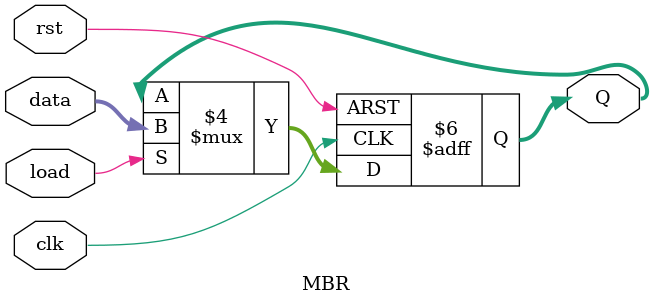
<source format=v>
module MBR (clk,rst,load, data, Q);
	parameter N=8;
	input clk, rst,load;
	input [N-1:0] data;
	output [N-1:0] Q;
	reg [N-1:0] Q;
	
	always @ (negedge rst or posedge clk)
		if(!rst) Q<= 0;
		else if (load) Q <=data;
		else Q <= Q;
		
endmodule //memory_buffer_register
</source>
